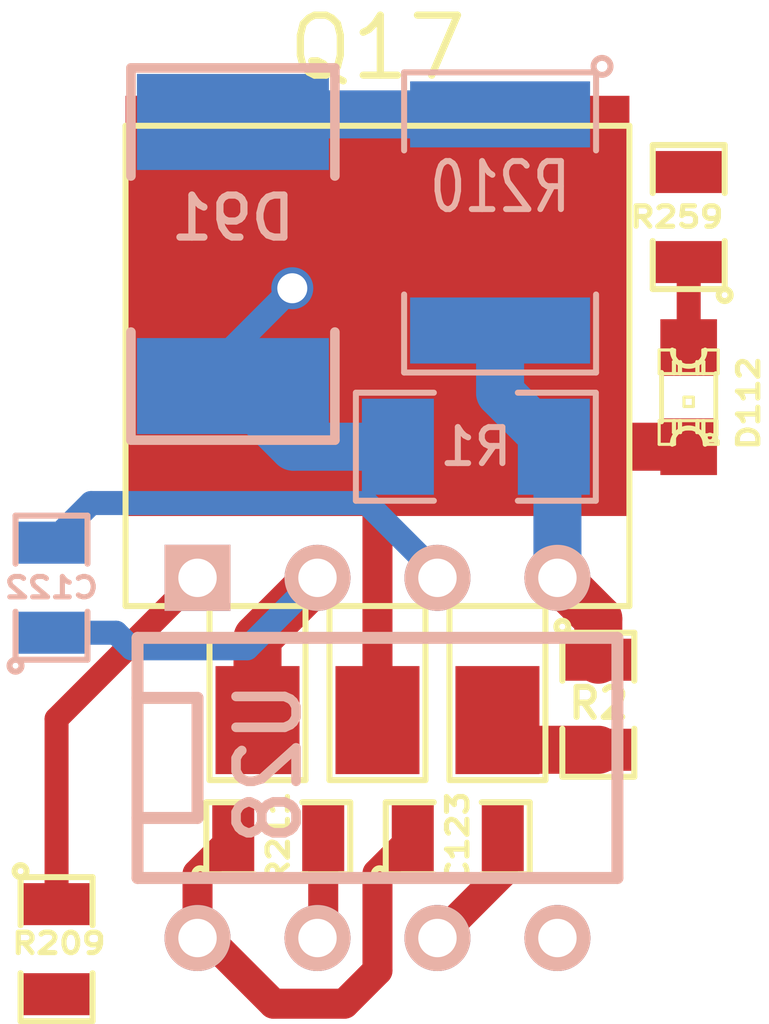
<source format=kicad_pcb>
(kicad_pcb (version 4) (host pcbnew 4.0.5)

  (general
    (links 19)
    (no_connects 4)
    (area 44.966345 40.1574 61.61405 62.288421)
    (thickness 1.6002)
    (drawings 0)
    (tracks 46)
    (zones 0)
    (modules 12)
    (nets 12)
  )

  (page A)
  (title_block
    (title "Low Z injector driver ")
    (date 2017-02-14)
    (rev R0.1)
    (company rusEFI)
  )

  (layers
    (0 Front signal)
    (31 Back signal)
    (32 B.Adhes user)
    (33 F.Adhes user)
    (34 B.Paste user)
    (35 F.Paste user)
    (36 B.SilkS user)
    (37 F.SilkS user)
    (38 B.Mask user)
    (39 F.Mask user)
    (40 Dwgs.User user)
    (41 Cmts.User user)
    (42 Eco1.User user)
    (43 Eco2.User user)
    (44 Edge.Cuts user)
  )

  (setup
    (last_trace_width 0.508)
    (user_trace_width 0.254)
    (user_trace_width 0.381)
    (user_trace_width 0.508)
    (user_trace_width 0.635)
    (user_trace_width 1.016)
    (user_trace_width 1.27)
    (user_trace_width 1.778)
    (trace_clearance 0.2032)
    (zone_clearance 0.381)
    (zone_45_only no)
    (trace_min 0.254)
    (segment_width 0.381)
    (edge_width 0.381)
    (via_size 0.889)
    (via_drill 0.635)
    (via_min_size 0.889)
    (via_min_drill 0.508)
    (user_via 0.8128 0.4064)
    (user_via 1.27 0.7112)
    (uvia_size 0.508)
    (uvia_drill 0.127)
    (uvias_allowed no)
    (uvia_min_size 0.508)
    (uvia_min_drill 0.127)
    (pcb_text_width 0.3048)
    (pcb_text_size 1.524 2.032)
    (mod_edge_width 0.127)
    (mod_text_size 1.524 1.524)
    (mod_text_width 0.3048)
    (pad_size 3.2004 2.49936)
    (pad_drill 0)
    (pad_to_mask_clearance 0.2032)
    (aux_axis_origin 0 0)
    (visible_elements FFFFFF7F)
    (pcbplotparams
      (layerselection 0x00030_80000001)
      (usegerberextensions true)
      (excludeedgelayer true)
      (linewidth 0.150000)
      (plotframeref false)
      (viasonmask false)
      (mode 1)
      (useauxorigin false)
      (hpglpennumber 1)
      (hpglpenspeed 20)
      (hpglpendiameter 15)
      (hpglpenoverlay 0)
      (psnegative false)
      (psa4output false)
      (plotreference true)
      (plotvalue true)
      (plotinvisibletext false)
      (padsonsilk false)
      (subtractmaskfromsilk false)
      (outputformat 1)
      (mirror false)
      (drillshape 1)
      (scaleselection 1)
      (outputdirectory ""))
  )

  (net 0 "")
  (net 1 "Net-(C122-Pad1)")
  (net 2 "Net-(C122-Pad2)")
  (net 3 "Net-(C123-Pad1)")
  (net 4 GND)
  (net 5 /inductive_power_gnd)
  (net 6 /injector_output)
  (net 7 "Net-(D112-Pad1)")
  (net 8 "Net-(Q17-Pad3)")
  (net 9 "Net-(R1-Pad2)")
  (net 10 "Net-(R209-Pad1)")
  (net 11 /5v_reg)

  (net_class Default "This is the default net class."
    (clearance 0.2032)
    (trace_width 0.508)
    (via_dia 0.889)
    (via_drill 0.635)
    (uvia_dia 0.508)
    (uvia_drill 0.127)
    (add_net /5v_reg)
    (add_net /inductive_power_gnd)
    (add_net /injector_output)
    (add_net GND)
    (add_net "Net-(C122-Pad1)")
    (add_net "Net-(C122-Pad2)")
    (add_net "Net-(C123-Pad1)")
    (add_net "Net-(D112-Pad1)")
    (add_net "Net-(Q17-Pad3)")
    (add_net "Net-(R1-Pad2)")
    (add_net "Net-(R209-Pad1)")
  )

  (net_class Power ""
    (clearance 0.254)
    (trace_width 1.27)
    (via_dia 0.889)
    (via_drill 0.635)
    (uvia_dia 0.508)
    (uvia_drill 0.127)
  )

  (net_class Signal ""
    (clearance 0.2032)
    (trace_width 0.4318)
    (via_dia 0.889)
    (via_drill 0.635)
    (uvia_dia 0.508)
    (uvia_drill 0.127)
  )

  (module SM0805 (layer Front) (tedit 4D586752) (tstamp 4C77C751)
    (at 51.00066 58.09996)
    (path /4C2ED135)
    (attr smd)
    (fp_text reference R211 (at 0 0 90) (layer F.SilkS)
      (effects (font (size 0.4318 0.508) (thickness 0.10922)))
    )
    (fp_text value 39k (at 0 0) (layer F.SilkS) hide
      (effects (font (size 0.635 0.635) (thickness 0.127)))
    )
    (fp_circle (center -1.651 0.762) (end -1.651 0.635) (layer F.SilkS) (width 0.127))
    (fp_line (start -0.508 0.762) (end -1.524 0.762) (layer F.SilkS) (width 0.127))
    (fp_line (start -1.524 0.762) (end -1.524 -0.762) (layer F.SilkS) (width 0.127))
    (fp_line (start -1.524 -0.762) (end -0.508 -0.762) (layer F.SilkS) (width 0.127))
    (fp_line (start 0.508 -0.762) (end 1.524 -0.762) (layer F.SilkS) (width 0.127))
    (fp_line (start 1.524 -0.762) (end 1.524 0.762) (layer F.SilkS) (width 0.127))
    (fp_line (start 1.524 0.762) (end 0.508 0.762) (layer F.SilkS) (width 0.127))
    (pad 1 smd rect (at -0.9525 0) (size 0.889 1.397) (layers Front F.Paste F.Mask)
      (net 3 "Net-(C123-Pad1)"))
    (pad 2 smd rect (at 0.9525 0) (size 0.889 1.397) (layers Front F.Paste F.Mask)
      (net 11 /5v_reg))
    (model smd/chip_cms.wrl
      (at (xyz 0 0 0))
      (scale (xyz 0.1 0.1 0.1))
      (rotate (xyz 0 0 0))
    )
  )

  (module SM0805 (layer Front) (tedit 4D586748) (tstamp 4C77C761)
    (at 54.8005 58.09996)
    (path /4C2ED144)
    (attr smd)
    (fp_text reference C123 (at 0 0 90) (layer F.SilkS)
      (effects (font (size 0.4318 0.508) (thickness 0.10922)))
    )
    (fp_text value 0.1uF (at 0 0) (layer F.SilkS) hide
      (effects (font (size 0.635 0.635) (thickness 0.127)))
    )
    (fp_circle (center -1.651 0.762) (end -1.651 0.635) (layer F.SilkS) (width 0.127))
    (fp_line (start -0.508 0.762) (end -1.524 0.762) (layer F.SilkS) (width 0.127))
    (fp_line (start -1.524 0.762) (end -1.524 -0.762) (layer F.SilkS) (width 0.127))
    (fp_line (start -1.524 -0.762) (end -0.508 -0.762) (layer F.SilkS) (width 0.127))
    (fp_line (start 0.508 -0.762) (end 1.524 -0.762) (layer F.SilkS) (width 0.127))
    (fp_line (start 1.524 -0.762) (end 1.524 0.762) (layer F.SilkS) (width 0.127))
    (fp_line (start 1.524 0.762) (end 0.508 0.762) (layer F.SilkS) (width 0.127))
    (pad 1 smd rect (at -0.9525 0) (size 0.889 1.397) (layers Front F.Paste F.Mask)
      (net 3 "Net-(C123-Pad1)"))
    (pad 2 smd rect (at 0.9525 0) (size 0.889 1.397) (layers Front F.Paste F.Mask)
      (net 4 GND))
    (model smd/chip_cms.wrl
      (at (xyz 0 0 0))
      (scale (xyz 0.1 0.1 0.1))
      (rotate (xyz 0 0 0))
    )
  )

  (module SM0805 (layer Back) (tedit 4D58675D) (tstamp 4C77C763)
    (at 46.20006 52.79898 90)
    (path /4C2ED01B)
    (attr smd)
    (fp_text reference C122 (at 0 0 360) (layer B.SilkS)
      (effects (font (size 0.4318 0.508) (thickness 0.10922)) (justify mirror))
    )
    (fp_text value .01uF (at 0 0 90) (layer B.SilkS) hide
      (effects (font (size 0.635 0.635) (thickness 0.127)) (justify mirror))
    )
    (fp_circle (center -1.651 -0.762) (end -1.651 -0.635) (layer B.SilkS) (width 0.127))
    (fp_line (start -0.508 -0.762) (end -1.524 -0.762) (layer B.SilkS) (width 0.127))
    (fp_line (start -1.524 -0.762) (end -1.524 0.762) (layer B.SilkS) (width 0.127))
    (fp_line (start -1.524 0.762) (end -0.508 0.762) (layer B.SilkS) (width 0.127))
    (fp_line (start 0.508 0.762) (end 1.524 0.762) (layer B.SilkS) (width 0.127))
    (fp_line (start 1.524 0.762) (end 1.524 -0.762) (layer B.SilkS) (width 0.127))
    (fp_line (start 1.524 -0.762) (end 0.508 -0.762) (layer B.SilkS) (width 0.127))
    (pad 1 smd rect (at -0.9525 0 90) (size 0.889 1.397) (layers Back B.Paste B.Mask)
      (net 1 "Net-(C122-Pad1)"))
    (pad 2 smd rect (at 0.9525 0 90) (size 0.889 1.397) (layers Back B.Paste B.Mask)
      (net 2 "Net-(C122-Pad2)"))
    (model smd/chip_cms.wrl
      (at (xyz 0 0 0))
      (scale (xyz 0.1 0.1 0.1))
      (rotate (xyz 0 0 0))
    )
  )

  (module SM0805 (layer Front) (tedit 58A3AAD5) (tstamp 4C77C609)
    (at 46.30674 60.44692 270)
    (path /4C2F52D2)
    (attr smd)
    (fp_text reference R209 (at -0.12192 -0.04826 360) (layer F.SilkS)
      (effects (font (size 0.4318 0.508) (thickness 0.10922)))
    )
    (fp_text value 1k (at 0 0 270) (layer F.SilkS) hide
      (effects (font (size 0.635 0.635) (thickness 0.127)))
    )
    (fp_circle (center -1.651 0.762) (end -1.651 0.635) (layer F.SilkS) (width 0.127))
    (fp_line (start -0.508 0.762) (end -1.524 0.762) (layer F.SilkS) (width 0.127))
    (fp_line (start -1.524 0.762) (end -1.524 -0.762) (layer F.SilkS) (width 0.127))
    (fp_line (start -1.524 -0.762) (end -0.508 -0.762) (layer F.SilkS) (width 0.127))
    (fp_line (start 0.508 -0.762) (end 1.524 -0.762) (layer F.SilkS) (width 0.127))
    (fp_line (start 1.524 -0.762) (end 1.524 0.762) (layer F.SilkS) (width 0.127))
    (fp_line (start 1.524 0.762) (end 0.508 0.762) (layer F.SilkS) (width 0.127))
    (pad 1 smd rect (at -0.9525 0 270) (size 0.889 1.397) (layers Front F.Paste F.Mask)
      (net 10 "Net-(R209-Pad1)"))
    (pad 2 smd rect (at 0.9525 0 270) (size 0.889 1.397) (layers Front F.Paste F.Mask))
    (model smd/chip_cms.wrl
      (at (xyz 0 0 0))
      (scale (xyz 0.1 0.1 0.1))
      (rotate (xyz 0 0 0))
    )
  )

  (module DIP-8__300 (layer Back) (tedit 58A3AB39) (tstamp 4C77C7D4)
    (at 53.10124 56.4007)
    (descr "8 pins DIL package, round pads")
    (tags DIL)
    (path /4C2ECEC5)
    (fp_text reference U28 (at -2.30124 0.1143 90) (layer B.SilkS)
      (effects (font (size 1.27 1.143) (thickness 0.2032)) (justify mirror))
    )
    (fp_text value LM1949 (at -0.762 1.27) (layer B.SilkS) hide
      (effects (font (size 1.27 1.016) (thickness 0.2032)) (justify mirror))
    )
    (fp_line (start -5.08 1.27) (end -3.81 1.27) (layer B.SilkS) (width 0.254))
    (fp_line (start -3.81 1.27) (end -3.81 -1.27) (layer B.SilkS) (width 0.254))
    (fp_line (start -3.81 -1.27) (end -5.08 -1.27) (layer B.SilkS) (width 0.254))
    (fp_line (start -5.08 2.54) (end 5.08 2.54) (layer B.SilkS) (width 0.254))
    (fp_line (start 5.08 2.54) (end 5.08 -2.54) (layer B.SilkS) (width 0.254))
    (fp_line (start 5.08 -2.54) (end -5.08 -2.54) (layer B.SilkS) (width 0.254))
    (fp_line (start -5.08 -2.54) (end -5.08 2.54) (layer B.SilkS) (width 0.254))
    (pad 1 thru_hole rect (at -3.81 -3.81) (size 1.397 1.397) (drill 0.8128) (layers *.Cu *.Mask B.SilkS)
      (net 10 "Net-(R209-Pad1)"))
    (pad 2 thru_hole circle (at -1.27 -3.81) (size 1.397 1.397) (drill 0.8128) (layers *.Cu *.Mask B.SilkS)
      (net 1 "Net-(C122-Pad1)"))
    (pad 3 thru_hole circle (at 1.27 -3.81) (size 1.397 1.397) (drill 0.8128) (layers *.Cu *.Mask B.SilkS)
      (net 2 "Net-(C122-Pad2)"))
    (pad 4 thru_hole circle (at 3.81 -3.81) (size 1.397 1.397) (drill 0.8128) (layers *.Cu *.Mask B.SilkS)
      (net 9 "Net-(R1-Pad2)"))
    (pad 5 thru_hole circle (at 3.81 3.81) (size 1.397 1.397) (drill 0.8128) (layers *.Cu *.Mask B.SilkS)
      (net 5 /inductive_power_gnd))
    (pad 6 thru_hole circle (at 1.27 3.81) (size 1.397 1.397) (drill 0.8128) (layers *.Cu *.Mask B.SilkS)
      (net 4 GND))
    (pad 7 thru_hole circle (at -1.27 3.81) (size 1.397 1.397) (drill 0.8128) (layers *.Cu *.Mask B.SilkS)
      (net 11 /5v_reg))
    (pad 8 thru_hole circle (at -3.81 3.81) (size 1.397 1.397) (drill 0.8128) (layers *.Cu *.Mask B.SilkS)
      (net 3 "Net-(C123-Pad1)"))
    (model dil/dil_8.wrl
      (at (xyz 0 0 0))
      (scale (xyz 1 1 1))
      (rotate (xyz 0 0 0))
    )
  )

  (module LED-0805 (layer Front) (tedit 58A3AB02) (tstamp 4D18C212)
    (at 59.69 48.768 270)
    (descr "LED 0805 smd package")
    (tags "LED led 0603 SMD smd SMT smt smdled SMDLED smtled SMTLED")
    (path /4D18BF5A)
    (attr smd)
    (fp_text reference D112 (at 0.127 -1.27 450) (layer F.SilkS)
      (effects (font (size 0.4318 0.508) (thickness 0.10922)))
    )
    (fp_text value LED (at 0.762 1.778 360) (layer F.SilkS) hide
      (effects (font (size 0.4318 0.508) (thickness 0.10795)))
    )
    (fp_line (start 0.49784 0.29972) (end 0.49784 0.62484) (layer F.SilkS) (width 0.06604))
    (fp_line (start 0.49784 0.62484) (end 0.99822 0.62484) (layer F.SilkS) (width 0.06604))
    (fp_line (start 0.99822 0.29972) (end 0.99822 0.62484) (layer F.SilkS) (width 0.06604))
    (fp_line (start 0.49784 0.29972) (end 0.99822 0.29972) (layer F.SilkS) (width 0.06604))
    (fp_line (start 0.49784 -0.32258) (end 0.49784 -0.17272) (layer F.SilkS) (width 0.06604))
    (fp_line (start 0.49784 -0.17272) (end 0.7493 -0.17272) (layer F.SilkS) (width 0.06604))
    (fp_line (start 0.7493 -0.32258) (end 0.7493 -0.17272) (layer F.SilkS) (width 0.06604))
    (fp_line (start 0.49784 -0.32258) (end 0.7493 -0.32258) (layer F.SilkS) (width 0.06604))
    (fp_line (start 0.49784 0.17272) (end 0.49784 0.32258) (layer F.SilkS) (width 0.06604))
    (fp_line (start 0.49784 0.32258) (end 0.7493 0.32258) (layer F.SilkS) (width 0.06604))
    (fp_line (start 0.7493 0.17272) (end 0.7493 0.32258) (layer F.SilkS) (width 0.06604))
    (fp_line (start 0.49784 0.17272) (end 0.7493 0.17272) (layer F.SilkS) (width 0.06604))
    (fp_line (start 0.49784 -0.19812) (end 0.49784 0.19812) (layer F.SilkS) (width 0.06604))
    (fp_line (start 0.49784 0.19812) (end 0.6731 0.19812) (layer F.SilkS) (width 0.06604))
    (fp_line (start 0.6731 -0.19812) (end 0.6731 0.19812) (layer F.SilkS) (width 0.06604))
    (fp_line (start 0.49784 -0.19812) (end 0.6731 -0.19812) (layer F.SilkS) (width 0.06604))
    (fp_line (start -0.99822 0.29972) (end -0.99822 0.62484) (layer F.SilkS) (width 0.06604))
    (fp_line (start -0.99822 0.62484) (end -0.49784 0.62484) (layer F.SilkS) (width 0.06604))
    (fp_line (start -0.49784 0.29972) (end -0.49784 0.62484) (layer F.SilkS) (width 0.06604))
    (fp_line (start -0.99822 0.29972) (end -0.49784 0.29972) (layer F.SilkS) (width 0.06604))
    (fp_line (start -0.99822 -0.62484) (end -0.99822 -0.29972) (layer F.SilkS) (width 0.06604))
    (fp_line (start -0.99822 -0.29972) (end -0.49784 -0.29972) (layer F.SilkS) (width 0.06604))
    (fp_line (start -0.49784 -0.62484) (end -0.49784 -0.29972) (layer F.SilkS) (width 0.06604))
    (fp_line (start -0.99822 -0.62484) (end -0.49784 -0.62484) (layer F.SilkS) (width 0.06604))
    (fp_line (start -0.7493 0.17272) (end -0.7493 0.32258) (layer F.SilkS) (width 0.06604))
    (fp_line (start -0.7493 0.32258) (end -0.49784 0.32258) (layer F.SilkS) (width 0.06604))
    (fp_line (start -0.49784 0.17272) (end -0.49784 0.32258) (layer F.SilkS) (width 0.06604))
    (fp_line (start -0.7493 0.17272) (end -0.49784 0.17272) (layer F.SilkS) (width 0.06604))
    (fp_line (start -0.7493 -0.32258) (end -0.7493 -0.17272) (layer F.SilkS) (width 0.06604))
    (fp_line (start -0.7493 -0.17272) (end -0.49784 -0.17272) (layer F.SilkS) (width 0.06604))
    (fp_line (start -0.49784 -0.32258) (end -0.49784 -0.17272) (layer F.SilkS) (width 0.06604))
    (fp_line (start -0.7493 -0.32258) (end -0.49784 -0.32258) (layer F.SilkS) (width 0.06604))
    (fp_line (start -0.6731 -0.19812) (end -0.6731 0.19812) (layer F.SilkS) (width 0.06604))
    (fp_line (start -0.6731 0.19812) (end -0.49784 0.19812) (layer F.SilkS) (width 0.06604))
    (fp_line (start -0.49784 -0.19812) (end -0.49784 0.19812) (layer F.SilkS) (width 0.06604))
    (fp_line (start -0.6731 -0.19812) (end -0.49784 -0.19812) (layer F.SilkS) (width 0.06604))
    (fp_line (start 0 -0.09906) (end 0 0.09906) (layer F.SilkS) (width 0.06604))
    (fp_line (start 0 0.09906) (end 0.19812 0.09906) (layer F.SilkS) (width 0.06604))
    (fp_line (start 0.19812 -0.09906) (end 0.19812 0.09906) (layer F.SilkS) (width 0.06604))
    (fp_line (start 0 -0.09906) (end 0.19812 -0.09906) (layer F.SilkS) (width 0.06604))
    (fp_line (start 0.49784 -0.59944) (end 0.49784 -0.29972) (layer F.SilkS) (width 0.06604))
    (fp_line (start 0.49784 -0.29972) (end 0.79756 -0.29972) (layer F.SilkS) (width 0.06604))
    (fp_line (start 0.79756 -0.59944) (end 0.79756 -0.29972) (layer F.SilkS) (width 0.06604))
    (fp_line (start 0.49784 -0.59944) (end 0.79756 -0.59944) (layer F.SilkS) (width 0.06604))
    (fp_line (start 0.92456 -0.62484) (end 0.92456 -0.39878) (layer F.SilkS) (width 0.06604))
    (fp_line (start 0.92456 -0.39878) (end 0.99822 -0.39878) (layer F.SilkS) (width 0.06604))
    (fp_line (start 0.99822 -0.62484) (end 0.99822 -0.39878) (layer F.SilkS) (width 0.06604))
    (fp_line (start 0.92456 -0.62484) (end 0.99822 -0.62484) (layer F.SilkS) (width 0.06604))
    (fp_line (start 0.52324 0.57404) (end -0.52324 0.57404) (layer F.SilkS) (width 0.1016))
    (fp_line (start -0.49784 -0.57404) (end 0.92456 -0.57404) (layer F.SilkS) (width 0.1016))
    (fp_circle (center 0.84836 -0.44958) (end 0.89916 -0.50038) (layer F.SilkS) (width 0.0508))
    (fp_arc (start 0.99822 0) (end 0.99822 0.34798) (angle 180) (layer F.SilkS) (width 0.1016))
    (fp_arc (start -0.99822 0) (end -0.99822 -0.34798) (angle 180) (layer F.SilkS) (width 0.1016))
    (pad 1 smd rect (at -1.04902 0 270) (size 1.19888 1.19888) (layers Front F.Paste F.Mask)
      (net 7 "Net-(D112-Pad1)"))
    (pad 2 smd rect (at 1.04902 0 270) (size 1.19888 1.19888) (layers Front F.Paste F.Mask)
      (net 6 /injector_output))
  )

  (module SM0805 (layer Front) (tedit 4D4F208C) (tstamp 4D18C22D)
    (at 59.69 44.958 90)
    (path /4D18BF66)
    (attr smd)
    (fp_text reference R259 (at 0 -0.254 180) (layer F.SilkS)
      (effects (font (size 0.4318 0.508) (thickness 0.10922)))
    )
    (fp_text value 3.3k (at 0 0 90) (layer F.SilkS) hide
      (effects (font (size 0.635 0.635) (thickness 0.127)))
    )
    (fp_circle (center -1.651 0.762) (end -1.651 0.635) (layer F.SilkS) (width 0.127))
    (fp_line (start -0.508 0.762) (end -1.524 0.762) (layer F.SilkS) (width 0.127))
    (fp_line (start -1.524 0.762) (end -1.524 -0.762) (layer F.SilkS) (width 0.127))
    (fp_line (start -1.524 -0.762) (end -0.508 -0.762) (layer F.SilkS) (width 0.127))
    (fp_line (start 0.508 -0.762) (end 1.524 -0.762) (layer F.SilkS) (width 0.127))
    (fp_line (start 1.524 -0.762) (end 1.524 0.762) (layer F.SilkS) (width 0.127))
    (fp_line (start 1.524 0.762) (end 0.508 0.762) (layer F.SilkS) (width 0.127))
    (pad 1 smd rect (at -0.9525 0 90) (size 0.889 1.397) (layers Front F.Paste F.Mask)
      (net 7 "Net-(D112-Pad1)"))
    (pad 2 smd rect (at 0.9525 0 90) (size 0.889 1.397) (layers Front F.Paste F.Mask))
    (model smd/chip_cms.wrl
      (at (xyz 0 0 0))
      (scale (xyz 0.1 0.1 0.1))
      (rotate (xyz 0 0 0))
    )
  )

  (module DPAK3 (layer Front) (tedit 58A3AACE) (tstamp 4CC03F4C)
    (at 53.10124 55.6006)
    (tags "CMS DPACK")
    (path /4D66C965)
    (fp_text reference Q17 (at 0 -14.224) (layer F.SilkS)
      (effects (font (size 1.27 1.27) (thickness 0.1524)))
    )
    (fp_text value 2N6045 (at 0 -3.302) (layer F.SilkS) hide
      (effects (font (size 1.27 1.27) (thickness 0.1524)))
    )
    (fp_line (start 1.524 -2.413) (end 1.524 1.27) (layer F.SilkS) (width 0.127))
    (fp_line (start 1.524 1.27) (end 3.556 1.27) (layer F.SilkS) (width 0.127))
    (fp_line (start 3.556 1.27) (end 3.556 -2.413) (layer F.SilkS) (width 0.127))
    (fp_line (start -1.016 -2.413) (end -1.016 1.27) (layer F.SilkS) (width 0.127))
    (fp_line (start -1.016 1.27) (end 1.016 1.27) (layer F.SilkS) (width 0.127))
    (fp_line (start 1.016 1.27) (end 1.016 -2.413) (layer F.SilkS) (width 0.127))
    (fp_line (start -3.556 -2.413) (end -3.556 1.27) (layer F.SilkS) (width 0.127))
    (fp_line (start -3.556 1.27) (end -1.524 1.27) (layer F.SilkS) (width 0.127))
    (fp_line (start -1.524 1.27) (end -1.524 -2.413) (layer F.SilkS) (width 0.127))
    (fp_line (start -5.334 -2.413) (end 5.334 -2.413) (layer F.SilkS) (width 0.127))
    (fp_line (start 5.334 -2.413) (end 5.334 -12.573) (layer F.SilkS) (width 0.127))
    (fp_line (start 5.334 -12.573) (end -5.334 -12.573) (layer F.SilkS) (width 0.127))
    (fp_line (start -5.334 -12.573) (end -5.334 -2.413) (layer F.SilkS) (width 0.127))
    (pad 2 smd rect (at 0 -8.763) (size 10.668 8.89) (layers Front F.Paste F.Mask)
      (net 6 /injector_output))
    (pad 2 smd rect (at 0 0) (size 1.778 2.286) (layers Front F.Paste F.Mask)
      (net 6 /injector_output))
    (pad 1 smd rect (at -2.54 0) (size 1.778 2.286) (layers Front F.Paste F.Mask)
      (net 1 "Net-(C122-Pad1)"))
    (pad 3 smd rect (at 2.54 0) (size 1.778 2.286) (layers Front F.Paste F.Mask)
      (net 8 "Net-(Q17-Pad3)"))
    (model smd/dpack_3.wrl
      (at (xyz 0 0 0))
      (scale (xyz 1 1 1))
      (rotate (xyz 0 0 0))
    )
  )

  (module SM2512 (layer Back) (tedit 58A3AAE0) (tstamp 4C77C733)
    (at 50.04054 45.74032 270)
    (path /4C2ED0C2)
    (fp_text reference D91 (at -0.762 0 540) (layer B.SilkS)
      (effects (font (size 0.889 0.889) (thickness 0.1524)) (justify mirror))
    )
    (fp_text value "33v 5w" (at 0.889 0 360) (layer B.SilkS) hide
      (effects (font (size 0.889 0.889) (thickness 0.1524)) (justify mirror))
    )
    (fp_line (start 3.937 -2.159) (end 1.651 -2.159) (layer B.SilkS) (width 0.2032))
    (fp_line (start 1.651 2.159) (end 3.937 2.159) (layer B.SilkS) (width 0.2032))
    (fp_line (start -1.651 -2.159) (end -3.937 -2.159) (layer B.SilkS) (width 0.2032))
    (fp_line (start -3.937 2.159) (end -1.651 2.159) (layer B.SilkS) (width 0.2032))
    (fp_line (start -3.937 -2.159) (end -3.937 2.159) (layer B.SilkS) (width 0.2032))
    (fp_line (start 3.937 2.159) (end 3.937 -2.159) (layer B.SilkS) (width 0.2032))
    (pad 1 smd rect (at -2.794 0 270) (size 2.032 4.064) (layers Back B.Paste B.Mask)
      (net 5 /inductive_power_gnd))
    (pad 2 smd rect (at 2.794 0 270) (size 2.032 4.064) (layers Back B.Paste B.Mask)
      (net 6 /injector_output))
    (model smd/chip_cms.wrl
      (at (xyz 0 0 0))
      (scale (xyz 0.3 0.3 0.3))
      (rotate (xyz 0 0 0))
    )
  )

  (module SM1812 (layer Back) (tedit 58A3AAE6) (tstamp 4C77C742)
    (at 55.69712 45.0723 270)
    (tags "CMS SM")
    (path /4C2ED077)
    (attr smd)
    (fp_text reference R210 (at -0.74676 0 540) (layer B.SilkS)
      (effects (font (size 1.016 0.762) (thickness 0.127)) (justify mirror))
    )
    (fp_text value "0.1 2W" (at 0.762 0 360) (layer B.SilkS) hide
      (effects (font (size 1.016 0.762) (thickness 0.127)) (justify mirror))
    )
    (fp_circle (center -3.302 -2.159) (end -3.175 -2.032) (layer B.SilkS) (width 0.127))
    (fp_line (start 1.524 -2.032) (end 3.175 -2.032) (layer B.SilkS) (width 0.127))
    (fp_line (start 3.175 -2.032) (end 3.175 2.032) (layer B.SilkS) (width 0.127))
    (fp_line (start 3.175 2.032) (end 1.524 2.032) (layer B.SilkS) (width 0.127))
    (fp_line (start -1.524 2.032) (end -3.175 2.032) (layer B.SilkS) (width 0.127))
    (fp_line (start -3.175 2.032) (end -3.175 -2.032) (layer B.SilkS) (width 0.127))
    (fp_line (start -3.175 -2.032) (end -1.524 -2.032) (layer B.SilkS) (width 0.127))
    (pad 1 smd rect (at -2.286 0 270) (size 1.397 3.81) (layers Back B.Paste B.Mask)
      (net 5 /inductive_power_gnd))
    (pad 2 smd rect (at 2.286 0 270) (size 1.397 3.81) (layers Back B.Paste B.Mask)
      (net 8 "Net-(Q17-Pad3)"))
    (model smd/chip_cms.wrl
      (at (xyz 0 0 0))
      (scale (xyz 0.21 0.3 0.2))
      (rotate (xyz 0 0 0))
    )
  )

  (module SM1206 (layer Back) (tedit 42806E24) (tstamp 4DB664CE)
    (at 55.18404 49.81702)
    (path /4DB511B5)
    (attr smd)
    (fp_text reference R1 (at 0 0) (layer B.SilkS)
      (effects (font (size 0.762 0.762) (thickness 0.127)) (justify mirror))
    )
    (fp_text value "3.9k 1W" (at 0 0) (layer B.SilkS) hide
      (effects (font (size 0.762 0.762) (thickness 0.127)) (justify mirror))
    )
    (fp_line (start -2.54 1.143) (end -2.54 -1.143) (layer B.SilkS) (width 0.127))
    (fp_line (start -2.54 -1.143) (end -0.889 -1.143) (layer B.SilkS) (width 0.127))
    (fp_line (start 0.889 1.143) (end 2.54 1.143) (layer B.SilkS) (width 0.127))
    (fp_line (start 2.54 1.143) (end 2.54 -1.143) (layer B.SilkS) (width 0.127))
    (fp_line (start 2.54 -1.143) (end 0.889 -1.143) (layer B.SilkS) (width 0.127))
    (fp_line (start -0.889 1.143) (end -2.54 1.143) (layer B.SilkS) (width 0.127))
    (pad 1 smd rect (at -1.651 0) (size 1.524 2.032) (layers Back B.Paste B.Mask)
      (net 6 /injector_output))
    (pad 2 smd rect (at 1.651 0) (size 1.524 2.032) (layers Back B.Paste B.Mask)
      (net 9 "Net-(R1-Pad2)"))
    (model smd/chip_cms.wrl
      (at (xyz 0 0 0))
      (scale (xyz 0.17 0.16 0.16))
      (rotate (xyz 0 0 0))
    )
  )

  (module SM0805 (layer Front) (tedit 58A3AB96) (tstamp 4DB664ED)
    (at 57.77738 55.27548 270)
    (path /4DB511A6)
    (attr smd)
    (fp_text reference R2 (at -0.03048 -0.00762 360) (layer F.SilkS)
      (effects (font (size 0.635 0.635) (thickness 0.127)))
    )
    (fp_text value 2R (at 0 0 270) (layer F.SilkS) hide
      (effects (font (size 0.635 0.635) (thickness 0.127)))
    )
    (fp_circle (center -1.651 0.762) (end -1.651 0.635) (layer F.SilkS) (width 0.127))
    (fp_line (start -0.508 0.762) (end -1.524 0.762) (layer F.SilkS) (width 0.127))
    (fp_line (start -1.524 0.762) (end -1.524 -0.762) (layer F.SilkS) (width 0.127))
    (fp_line (start -1.524 -0.762) (end -0.508 -0.762) (layer F.SilkS) (width 0.127))
    (fp_line (start 0.508 -0.762) (end 1.524 -0.762) (layer F.SilkS) (width 0.127))
    (fp_line (start 1.524 -0.762) (end 1.524 0.762) (layer F.SilkS) (width 0.127))
    (fp_line (start 1.524 0.762) (end 0.508 0.762) (layer F.SilkS) (width 0.127))
    (pad 1 smd rect (at -0.9525 0 270) (size 0.889 1.397) (layers Front F.Paste F.Mask)
      (net 8 "Net-(Q17-Pad3)"))
    (pad 2 smd rect (at 0.9525 0 270) (size 0.889 1.397) (layers Front F.Paste F.Mask)
      (net 9 "Net-(R1-Pad2)"))
    (model smd/chip_cms.wrl
      (at (xyz 0 0 0))
      (scale (xyz 0.1 0.1 0.1))
      (rotate (xyz 0 0 0))
    )
  )

  (segment (start 47.56658 53.75148) (end 47.89678 54.08168) (width 0.508) (layer Back) (net 1))
  (segment (start 47.89678 54.08168) (end 50.34026 54.08168) (width 0.508) (layer Back) (net 1))
  (segment (start 50.34026 54.08168) (end 51.83124 52.5907) (width 0.508) (layer Back) (net 1))
  (segment (start 46.20006 53.75148) (end 47.56658 53.75148) (width 0.508) (layer Back) (net 1))
  (segment (start 50.56124 53.8607) (end 51.83124 52.5907) (width 1.016) (layer Front) (net 1))
  (segment (start 50.56124 55.6006) (end 50.56124 53.8607) (width 1.016) (layer Front) (net 1))
  (segment (start 54.37124 52.50434) (end 52.87518 51.00828) (width 0.508) (layer Back) (net 2))
  (segment (start 52.87518 51.00828) (end 47.03826 51.00828) (width 0.508) (layer Back) (net 2))
  (segment (start 47.03826 51.00828) (end 46.20006 51.84648) (width 0.508) (layer Back) (net 2))
  (segment (start 54.37124 52.5907) (end 54.37124 52.50434) (width 0.508) (layer Back) (net 2))
  (segment (start 49.29124 58.85688) (end 50.04816 58.09996) (width 0.635) (layer Front) (net 3))
  (segment (start 49.29124 60.2107) (end 49.29124 58.85688) (width 0.635) (layer Front) (net 3))
  (segment (start 49.50968 60.2107) (end 50.89906 61.60008) (width 0.635) (layer Front) (net 3))
  (segment (start 50.89906 61.60008) (end 52.4002 61.60008) (width 0.635) (layer Front) (net 3))
  (segment (start 52.4002 61.60008) (end 53.10124 60.89904) (width 0.635) (layer Front) (net 3))
  (segment (start 53.10124 60.89904) (end 53.10124 58.84672) (width 0.635) (layer Front) (net 3))
  (segment (start 53.10124 58.84672) (end 53.848 58.09996) (width 0.635) (layer Front) (net 3))
  (segment (start 49.29124 60.2107) (end 49.50968 60.2107) (width 0.635) (layer Front) (net 3))
  (segment (start 55.753 58.82894) (end 54.37124 60.2107) (width 0.635) (layer Front) (net 4))
  (segment (start 55.753 58.09996) (end 55.753 58.82894) (width 0.635) (layer Front) (net 4))
  (segment (start 50.20056 42.7863) (end 50.04054 42.94632) (width 1.016) (layer Back) (net 5))
  (segment (start 55.69712 42.7863) (end 50.20056 42.7863) (width 1.016) (layer Back) (net 5))
  (segment (start 53.10124 55.6006) (end 53.10124 46.8376) (width 0.635) (layer Front) (net 6))
  (segment (start 50.04054 47.72152) (end 51.29784 46.46422) (width 0.508) (layer Back) (net 6))
  (via (at 51.29784 46.46422) (size 0.889) (layers Front Back) (net 6))
  (segment (start 51.29784 46.46422) (end 51.67122 46.8376) (width 0.508) (layer Front) (net 6))
  (segment (start 51.67122 46.8376) (end 53.10124 46.8376) (width 0.508) (layer Front) (net 6))
  (segment (start 50.04054 48.53432) (end 50.04054 47.72152) (width 0.508) (layer Back) (net 6))
  (segment (start 51.32324 49.81702) (end 50.04054 48.53432) (width 1.016) (layer Back) (net 6))
  (segment (start 53.53304 49.81702) (end 51.32324 49.81702) (width 1.016) (layer Back) (net 6))
  (segment (start 56.08066 49.81702) (end 53.10124 46.8376) (width 1.016) (layer Front) (net 6))
  (segment (start 59.69 49.81702) (end 56.08066 49.81702) (width 1.016) (layer Front) (net 6))
  (segment (start 59.69 47.71898) (end 59.69 45.9105) (width 0.508) (layer Front) (net 7))
  (segment (start 57.77738 54.32298) (end 57.77738 53.45684) (width 1.016) (layer Front) (net 8))
  (segment (start 55.69712 47.3583) (end 55.69712 48.6791) (width 1.016) (layer Back) (net 8))
  (segment (start 56.26862 56.22798) (end 55.64124 55.6006) (width 1.016) (layer Front) (net 8))
  (segment (start 57.77738 56.22798) (end 56.26862 56.22798) (width 1.016) (layer Front) (net 8))
  (segment (start 57.77738 53.45684) (end 56.91124 52.5907) (width 1.016) (layer Front) (net 9))
  (segment (start 56.91124 49.89322) (end 56.83504 49.81702) (width 1.016) (layer Back) (net 9))
  (segment (start 56.91124 52.5907) (end 56.91124 49.89322) (width 1.016) (layer Back) (net 9))
  (segment (start 55.69712 48.6791) (end 56.83504 49.81702) (width 1.016) (layer Back) (net 9))
  (segment (start 46.30674 55.5752) (end 49.29124 52.5907) (width 0.508) (layer Front) (net 10))
  (segment (start 46.30674 59.49442) (end 46.30674 55.5752) (width 0.508) (layer Front) (net 10))
  (segment (start 51.95316 60.08878) (end 51.83124 60.2107) (width 0.635) (layer Front) (net 11))
  (segment (start 51.95316 58.09996) (end 51.95316 60.08878) (width 0.635) (layer Front) (net 11))
  (segment (start 51.83124 60.2107) (end 51.83124 60.18276) (width 0.635) (layer Back) (net 11))

)

</source>
